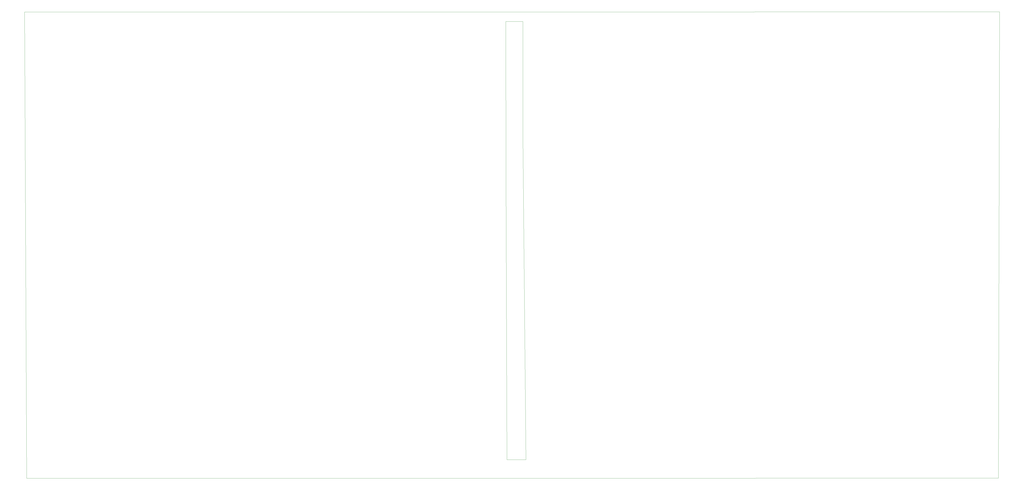
<source format=gbr>
%TF.GenerationSoftware,KiCad,Pcbnew,7.0.1-3b83917a11~172~ubuntu22.04.1*%
%TF.CreationDate,2023-03-31T12:58:08+02:00*%
%TF.ProjectId,Europe-ergo,4575726f-7065-42d6-9572-676f2e6b6963,rev?*%
%TF.SameCoordinates,Original*%
%TF.FileFunction,Profile,NP*%
%FSLAX46Y46*%
G04 Gerber Fmt 4.6, Leading zero omitted, Abs format (unit mm)*
G04 Created by KiCad (PCBNEW 7.0.1-3b83917a11~172~ubuntu22.04.1) date 2023-03-31 12:58:08*
%MOMM*%
%LPD*%
G01*
G04 APERTURE LIST*
%TA.AperFunction,Profile*%
%ADD10C,0.100000*%
%TD*%
G04 APERTURE END LIST*
D10*
X308570000Y-101080000D02*
X308500000Y-31250000D01*
X316075000Y-83400000D02*
X316050000Y-31250000D01*
X313450000Y-226850000D02*
X317450000Y-226850000D01*
X94000000Y-27000000D02*
X308500000Y-27000000D01*
X528000000Y-235000000D02*
X528550000Y-26900000D01*
X94900000Y-235100000D02*
X94000000Y-27000000D01*
X313450000Y-226850000D02*
X309000000Y-226850000D01*
X316050000Y-31250000D02*
X308500000Y-31250000D01*
X528550000Y-26900000D02*
X308500000Y-27000000D01*
X309900000Y-235100000D02*
X528000000Y-235000000D01*
X308570000Y-101080000D02*
X309000000Y-226850000D01*
X316075000Y-83400000D02*
X317450000Y-226850000D01*
X309900000Y-235100000D02*
X94900000Y-235100000D01*
M02*

</source>
